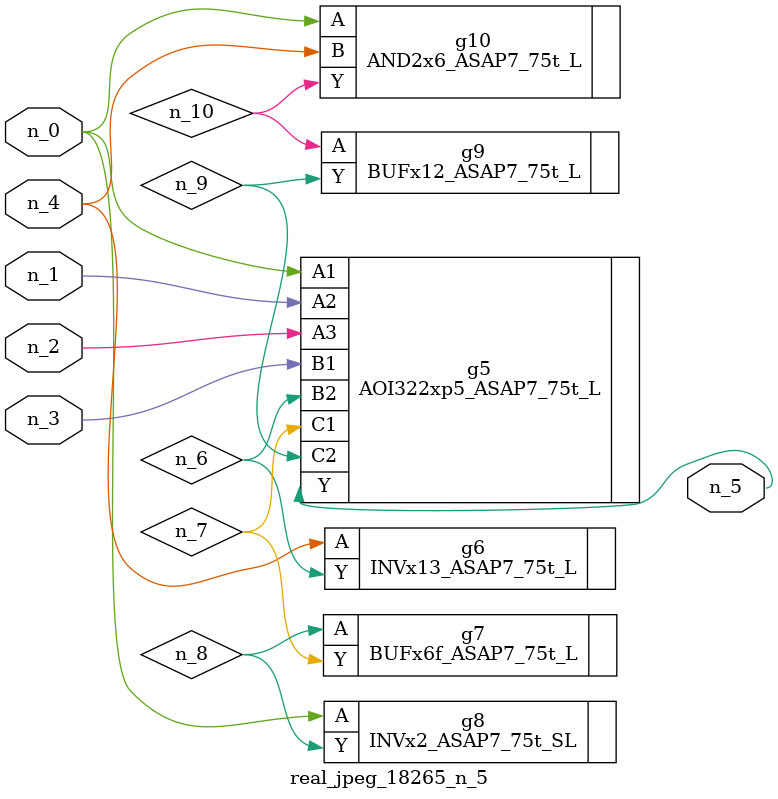
<source format=v>
module real_jpeg_18265_n_5 (n_4, n_0, n_1, n_2, n_3, n_5);

input n_4;
input n_0;
input n_1;
input n_2;
input n_3;

output n_5;

wire n_8;
wire n_6;
wire n_7;
wire n_10;
wire n_9;

AOI322xp5_ASAP7_75t_L g5 ( 
.A1(n_0),
.A2(n_1),
.A3(n_2),
.B1(n_3),
.B2(n_6),
.C1(n_7),
.C2(n_9),
.Y(n_5)
);

INVx2_ASAP7_75t_SL g8 ( 
.A(n_0),
.Y(n_8)
);

AND2x6_ASAP7_75t_L g10 ( 
.A(n_0),
.B(n_4),
.Y(n_10)
);

INVx13_ASAP7_75t_L g6 ( 
.A(n_4),
.Y(n_6)
);

BUFx6f_ASAP7_75t_L g7 ( 
.A(n_8),
.Y(n_7)
);

BUFx12_ASAP7_75t_L g9 ( 
.A(n_10),
.Y(n_9)
);


endmodule
</source>
